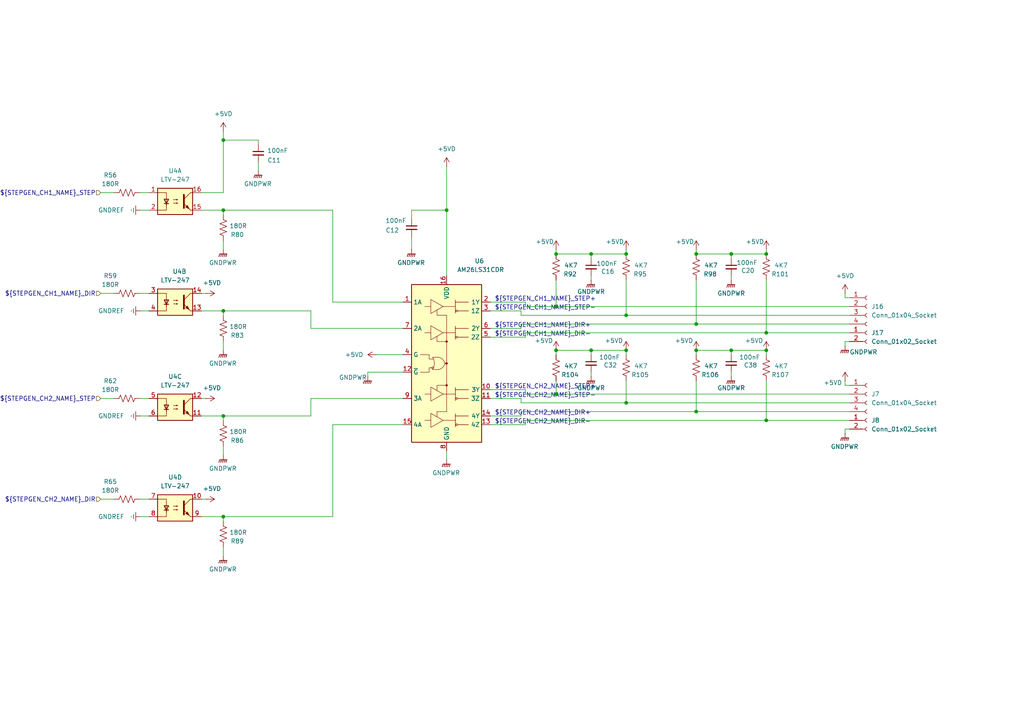
<source format=kicad_sch>
(kicad_sch (version 20250114) (generator "eeschema") (generator_version "9.0")
  (paper "A4")
  (lib_symbols
    (symbol "Connector:Conn_01x02_Socket" (pin_names (offset 1.016) (hide yes))
      (property "Reference" "J" (at 0 2.54 0))
      (property "Value" "Conn_01x02_Socket" (at 0 -5.08 0))
      (symbol "Conn_01x02_Socket_1_1"
        (pin passive line (at -5.08 0 0) (length 3.81) (name "Pin_1") (number "1"))
        (pin passive line (at -5.08 -2.54 0) (length 3.81) (name "Pin_2") (number "2"))
      )
    )
    (symbol "Connector:Conn_01x04_Socket" (pin_names (offset 1.016) (hide yes))
      (property "Reference" "J" (at 0 5.08 0))
      (property "Value" "Conn_01x04_Socket" (at 0 -7.62 0))
      (symbol "Conn_01x04_Socket_1_1"
        (pin passive line (at -5.08 2.54 0) (length 3.81) (name "Pin_1") (number "1"))
        (pin passive line (at -5.08 0 0) (length 3.81) (name "Pin_2") (number "2"))
        (pin passive line (at -5.08 -2.54 0) (length 3.81) (name "Pin_3") (number "3"))
        (pin passive line (at -5.08 -5.08 0) (length 3.81) (name "Pin_4") (number "4"))
      )
    )
    (symbol "Device:C_Small" (pin_numbers (hide yes)) (pin_names (offset 0.254) (hide yes))
      (property "Reference" "C" (at 0.254 1.778 0))
      (property "Value" "C_Small" (at 0.254 -2.032 0))
      (symbol "C_Small_1_1"
        (pin passive line (at 0 2.54 270) (length 2.032) (name "~") (number "1"))
        (pin passive line (at 0 -2.54 90) (length 2.032) (name "~") (number "2"))
      )
    )
    (symbol "Device:R_US" (pin_numbers (hide yes)) (pin_names (offset 0))
      (property "Reference" "R" (at 2.54 0 90))
      (property "Value" "R_US" (at -2.54 0 90))
      (symbol "R_US_1_1"
        (pin passive line (at 0 3.81 270) (length 1.27) (name "~") (number "1"))
        (pin passive line (at 0 -3.81 90) (length 1.27) (name "~") (number "2"))
      )
    )
    (symbol "Interface:AM26LS31CD"
      (property "Reference" "U" (at -8.89 24.13 0))
      (property "Value" "AM26LS31CD" (at 10.16 24.13 0))
      (symbol "AM26LS31CD_1_1"
        (pin input line (at -12.7 17.78 0) (length 2.54) (name "1A") (number "1"))
        (pin input line (at -12.7 10.16 0) (length 2.54) (name "2A") (number "7"))
        (pin input line (at -12.7 2.54 0) (length 2.54) (name "G") (number "4"))
        (pin input line (at -12.7 -2.54 0) (length 2.54) (name "~{G}") (number "12"))
        (pin input line (at -12.7 -10.16 0) (length 2.54) (name "3A") (number "9"))
        (pin input line (at -12.7 -17.78 0) (length 2.54) (name "4A") (number "15"))
        (pin power_in line (at 0 25.4 270) (length 2.54) (name "VDD") (number "16"))
        (pin power_in line (at 0 -25.4 90) (length 2.54) (name "GND") (number "8"))
        (pin tri_state line (at 12.7 17.78 180) (length 2.54) (name "1Y") (number "2"))
        (pin tri_state line (at 12.7 15.24 180) (length 2.54) (name "1Z") (number "3"))
        (pin tri_state line (at 12.7 10.16 180) (length 2.54) (name "2Y") (number "6"))
        (pin tri_state line (at 12.7 7.62 180) (length 2.54) (name "2Z") (number "5"))
        (pin tri_state line (at 12.7 -7.62 180) (length 2.54) (name "3Y") (number "10"))
        (pin tri_state line (at 12.7 -10.16 180) (length 2.54) (name "3Z") (number "11"))
        (pin tri_state line (at 12.7 -15.24 180) (length 2.54) (name "4Y") (number "14"))
        (pin tri_state line (at 12.7 -17.78 180) (length 2.54) (name "4Z") (number "13"))
      )
    )
    (symbol "Isolator:LTV-247"
      (property "Reference" "U" (at -5.08 5.08 0))
      (property "Value" "LTV-247" (at 0 5.08 0))
      (symbol "LTV-247_1_1"
        (pin passive line (at -7.62 2.54 0) (length 2.54) (name "~") (number "1"))
        (pin passive line (at -7.62 -2.54 0) (length 2.54) (name "~") (number "2"))
        (pin passive line (at 7.62 2.54 180) (length 2.54) (name "~") (number "16"))
        (pin passive line (at 7.62 -2.54 180) (length 2.54) (name "~") (number "15"))
      )
      (symbol "LTV-247_2_1"
        (pin passive line (at -7.62 2.54 0) (length 2.54) (name "~") (number "3"))
        (pin passive line (at -7.62 -2.54 0) (length 2.54) (name "~") (number "4"))
        (pin passive line (at 7.62 2.54 180) (length 2.54) (name "~") (number "14"))
        (pin passive line (at 7.62 -2.54 180) (length 2.54) (name "~") (number "13"))
      )
      (symbol "LTV-247_3_1"
        (pin passive line (at -7.62 2.54 0) (length 2.54) (name "~") (number "5"))
        (pin passive line (at -7.62 -2.54 0) (length 2.54) (name "~") (number "6"))
        (pin passive line (at 7.62 2.54 180) (length 2.54) (name "~") (number "12"))
        (pin passive line (at 7.62 -2.54 180) (length 2.54) (name "~") (number "11"))
      )
      (symbol "LTV-247_4_1"
        (pin passive line (at -7.62 2.54 0) (length 2.54) (name "~") (number "7"))
        (pin passive line (at -7.62 -2.54 0) (length 2.54) (name "~") (number "8"))
        (pin passive line (at 7.62 2.54 180) (length 2.54) (name "~") (number "10"))
        (pin passive line (at 7.62 -2.54 180) (length 2.54) (name "~") (number "9"))
      )
    )
    (symbol "power:+5VD" (power) (pin_numbers (hide yes)) (pin_names (offset 0) (hide yes))
      (property "Value" "+5VD" (at 0 3.556 0))
      (symbol "+5VD_1_1"
        (pin power_in line (at 0 0 90) (length 0) (name "~") (number "1"))
      )
    )
    (symbol "power:GNDPWR" (power) (pin_numbers (hide yes)) (pin_names (offset 0) (hide yes))
      (property "Value" "GNDPWR" (at 0 -3.302 0))
      (symbol "GNDPWR_1_1"
        (pin power_in line (at 0 0 270) (length 0) (name "~") (number "1"))
      )
    )
    (symbol "power:GNDREF" (power) (pin_numbers (hide yes)) (pin_names (offset 0) (hide yes))
      (property "Value" "GNDREF" (at 0 -3.81 0))
      (symbol "GNDREF_1_1"
        (pin power_in line (at 0 0 270) (length 0) (name "~") (number "1"))
      )
    )
  )
  (junction (at 222.25 101.6))
  (junction (at 201.93 119.38))
  (junction (at 161.29 101.6))
  (junction (at 171.45 101.6))
  (junction (at 181.61 73.66))
  (junction (at 201.93 101.6))
  (junction (at 64.77 60.96))
  (junction (at 212.09 73.66))
  (junction (at 161.29 114.3))
  (junction (at 64.77 90.17))
  (junction (at 222.25 96.52))
  (junction (at 181.61 116.84))
  (junction (at 64.77 40.64))
  (junction (at 161.29 88.9))
  (junction (at 222.25 73.66))
  (junction (at 201.93 93.98))
  (junction (at 181.61 101.6))
  (junction (at 129.54 60.96))
  (junction (at 161.29 73.66))
  (junction (at 64.77 149.86))
  (junction (at 171.45 73.66))
  (junction (at 201.93 73.66))
  (junction (at 212.09 101.6))
  (junction (at 64.77 120.65))
  (junction (at 222.25 121.92))
  (junction (at 181.61 91.44))
  (wire (pts (xy 64.77 38.1) (xy 64.77 40.64)))
  (wire (pts (xy 142.24 113.03) (xy 152.4 113.03)))
  (wire (pts (xy 96.52 60.96) (xy 96.52 87.63)))
  (wire (pts (xy 152.4 114.3) (xy 161.29 114.3)))
  (wire (pts (xy 201.93 101.6) (xy 201.93 102.87)))
  (wire (pts (xy 64.77 129.54) (xy 64.77 132.08)))
  (wire (pts (xy 64.77 120.65) (xy 90.17 120.65)))
  (wire (pts (xy 64.77 149.86) (xy 96.52 149.86)))
  (wire (pts (xy 201.93 93.98) (xy 246.38 93.98)))
  (wire (pts (xy 90.17 95.25) (xy 116.84 95.25)))
  (wire (pts (xy 29.21 55.88) (xy 33.02 55.88)))
  (wire (pts (xy 64.77 90.17) (xy 90.17 90.17)))
  (wire (pts (xy 119.38 68.58) (xy 119.38 72.39)))
  (wire (pts (xy 212.09 101.6) (xy 212.09 102.87)))
  (wire (pts (xy 58.42 85.09) (xy 59.69 85.09)))
  (wire (pts (xy 40.64 115.57) (xy 43.18 115.57)))
  (wire (pts (xy 212.09 80.01) (xy 212.09 81.28)))
  (wire (pts (xy 245.11 86.36) (xy 246.38 86.36)))
  (wire (pts (xy 119.38 60.96) (xy 129.54 60.96)))
  (wire (pts (xy 40.64 60.96) (xy 43.18 60.96)))
  (wire (pts (xy 109.22 102.87) (xy 116.84 102.87)))
  (wire (pts (xy 58.42 90.17) (xy 64.77 90.17)))
  (wire (pts (xy 181.61 101.6) (xy 181.61 102.87)))
  (wire (pts (xy 29.21 144.78) (xy 33.02 144.78)))
  (wire (pts (xy 58.42 144.78) (xy 59.69 144.78)))
  (wire (pts (xy 212.09 107.95) (xy 212.09 109.22)))
  (wire (pts (xy 64.77 90.17) (xy 64.77 91.44)))
  (wire (pts (xy 119.38 60.96) (xy 119.38 63.5)))
  (wire (pts (xy 58.42 60.96) (xy 64.77 60.96)))
  (wire (pts (xy 245.11 110.49) (xy 245.11 111.76)))
  (wire (pts (xy 40.64 90.17) (xy 43.18 90.17)))
  (wire (pts (xy 58.42 149.86) (xy 64.77 149.86)))
  (wire (pts (xy 40.64 149.86) (xy 43.18 149.86)))
  (wire (pts (xy 142.24 95.25) (xy 151.13 95.25)))
  (wire (pts (xy 245.11 99.06) (xy 246.38 99.06)))
  (wire (pts (xy 245.11 124.46) (xy 246.38 124.46)))
  (wire (pts (xy 96.52 123.19) (xy 116.84 123.19)))
  (wire (pts (xy 106.68 107.95) (xy 106.68 109.22)))
  (wire (pts (xy 222.25 121.92) (xy 246.38 121.92)))
  (wire (pts (xy 90.17 115.57) (xy 90.17 120.65)))
  (wire (pts (xy 64.77 69.85) (xy 64.77 72.39)))
  (wire (pts (xy 151.13 119.38) (xy 151.13 120.65)))
  (wire (pts (xy 181.61 110.49) (xy 181.61 116.84)))
  (wire (pts (xy 201.93 119.38) (xy 246.38 119.38)))
  (wire (pts (xy 181.61 116.84) (xy 246.38 116.84)))
  (wire (pts (xy 142.24 120.65) (xy 151.13 120.65)))
  (wire (pts (xy 152.4 96.52) (xy 152.4 97.79)))
  (wire (pts (xy 142.24 87.63) (xy 152.4 87.63)))
  (wire (pts (xy 222.25 72.39) (xy 222.25 73.66)))
  (wire (pts (xy 40.64 120.65) (xy 43.18 120.65)))
  (wire (pts (xy 212.09 73.66) (xy 222.25 73.66)))
  (wire (pts (xy 40.64 144.78) (xy 43.18 144.78)))
  (wire (pts (xy 90.17 115.57) (xy 116.84 115.57)))
  (wire (pts (xy 161.29 101.6) (xy 171.45 101.6)))
  (wire (pts (xy 74.93 46.99) (xy 74.93 49.53)))
  (wire (pts (xy 151.13 91.44) (xy 181.61 91.44)))
  (wire (pts (xy 161.29 72.39) (xy 161.29 73.66)))
  (wire (pts (xy 212.09 101.6) (xy 222.25 101.6)))
  (wire (pts (xy 64.77 40.64) (xy 64.77 55.88)))
  (wire (pts (xy 142.24 115.57) (xy 151.13 115.57)))
  (wire (pts (xy 222.25 101.6) (xy 222.25 102.87)))
  (wire (pts (xy 152.4 88.9) (xy 161.29 88.9)))
  (wire (pts (xy 58.42 120.65) (xy 64.77 120.65)))
  (wire (pts (xy 129.54 48.26) (xy 129.54 60.96)))
  (wire (pts (xy 40.64 85.09) (xy 43.18 85.09)))
  (wire (pts (xy 142.24 123.19) (xy 152.4 123.19)))
  (wire (pts (xy 201.93 81.28) (xy 201.93 93.98)))
  (wire (pts (xy 152.4 121.92) (xy 152.4 123.19)))
  (wire (pts (xy 64.77 60.96) (xy 64.77 62.23)))
  (wire (pts (xy 181.61 91.44) (xy 246.38 91.44)))
  (wire (pts (xy 152.4 96.52) (xy 222.25 96.52)))
  (wire (pts (xy 58.42 115.57) (xy 59.69 115.57)))
  (wire (pts (xy 64.77 99.06) (xy 64.77 101.6)))
  (wire (pts (xy 40.64 55.88) (xy 43.18 55.88)))
  (wire (pts (xy 171.45 73.66) (xy 181.61 73.66)))
  (wire (pts (xy 161.29 101.6) (xy 161.29 102.87)))
  (wire (pts (xy 74.93 40.64) (xy 74.93 41.91)))
  (wire (pts (xy 151.13 91.44) (xy 151.13 90.17)))
  (wire (pts (xy 64.77 158.75) (xy 64.77 161.29)))
  (wire (pts (xy 129.54 60.96) (xy 129.54 80.01)))
  (wire (pts (xy 106.68 107.95) (xy 116.84 107.95)))
  (wire (pts (xy 201.93 110.49) (xy 201.93 119.38)))
  (wire (pts (xy 201.93 72.39) (xy 201.93 73.66)))
  (wire (pts (xy 151.13 116.84) (xy 151.13 115.57)))
  (wire (pts (xy 161.29 114.3) (xy 246.38 114.3)))
  (wire (pts (xy 90.17 90.17) (xy 90.17 95.25)))
  (wire (pts (xy 171.45 73.66) (xy 171.45 74.93)))
  (wire (pts (xy 151.13 119.38) (xy 201.93 119.38)))
  (wire (pts (xy 64.77 149.86) (xy 64.77 151.13)))
  (wire (pts (xy 151.13 93.98) (xy 151.13 95.25)))
  (wire (pts (xy 64.77 120.65) (xy 64.77 121.92)))
  (wire (pts (xy 161.29 88.9) (xy 246.38 88.9)))
  (wire (pts (xy 245.11 111.76) (xy 246.38 111.76)))
  (wire (pts (xy 171.45 101.6) (xy 181.61 101.6)))
  (wire (pts (xy 129.54 130.81) (xy 129.54 133.35)))
  (wire (pts (xy 201.93 73.66) (xy 212.09 73.66)))
  (wire (pts (xy 222.25 110.49) (xy 222.25 121.92)))
  (wire (pts (xy 29.21 85.09) (xy 33.02 85.09)))
  (wire (pts (xy 29.21 115.57) (xy 33.02 115.57)))
  (wire (pts (xy 245.11 85.09) (xy 245.11 86.36)))
  (wire (pts (xy 171.45 80.01) (xy 171.45 81.28)))
  (wire (pts (xy 171.45 107.95) (xy 171.45 109.22)))
  (wire (pts (xy 152.4 121.92) (xy 222.25 121.92)))
  (wire (pts (xy 96.52 87.63) (xy 116.84 87.63)))
  (wire (pts (xy 161.29 110.49) (xy 161.29 114.3)))
  (wire (pts (xy 222.25 81.28) (xy 222.25 96.52)))
  (wire (pts (xy 64.77 40.64) (xy 74.93 40.64)))
  (wire (pts (xy 181.61 81.28) (xy 181.61 91.44)))
  (wire (pts (xy 96.52 123.19) (xy 96.52 149.86)))
  (wire (pts (xy 161.29 81.28) (xy 161.29 88.9)))
  (wire (pts (xy 142.24 97.79) (xy 152.4 97.79)))
  (wire (pts (xy 151.13 93.98) (xy 201.93 93.98)))
  (wire (pts (xy 58.42 55.88) (xy 64.77 55.88)))
  (wire (pts (xy 201.93 101.6) (xy 212.09 101.6)))
  (wire (pts (xy 171.45 101.6) (xy 171.45 102.87)))
  (wire (pts (xy 212.09 73.66) (xy 212.09 74.93)))
  (wire (pts (xy 142.24 90.17) (xy 151.13 90.17)))
  (wire (pts (xy 64.77 60.96) (xy 96.52 60.96)))
  (wire (pts (xy 222.25 96.52) (xy 246.38 96.52)))
  (wire (pts (xy 152.4 88.9) (xy 152.4 87.63)))
  (wire (pts (xy 181.61 72.39) (xy 181.61 73.66)))
  (wire (pts (xy 161.29 73.66) (xy 171.45 73.66)))
  (wire (pts (xy 152.4 114.3) (xy 152.4 113.03)))
  (wire (pts (xy 151.13 116.84) (xy 181.61 116.84)))
  (wire (pts (xy 245.11 99.06) (xy 245.11 100.33)))
  (wire (pts (xy 245.11 124.46) (xy 245.11 125.73)))
  (label "${STEPGEN_CH1_NAME}_STEP+" (at 143.51 87.63 0))
  (label "${STEPGEN_CH2_NAME}_STEP-" (at 143.51 115.57 0))
  (label "${STEPGEN_CH2_NAME}_DIR-" (at 143.51 123.19 0))
  (label "${STEPGEN_CH1_NAME}_DIR+" (at 143.51 95.25 0))
  (label "${STEPGEN_CH2_NAME}_DIR+" (at 143.51 120.65 0))
  (label "${STEPGEN_CH1_NAME}_DIR-" (at 143.51 97.79 0))
  (label "${STEPGEN_CH1_NAME}_STEP-" (at 143.51 90.17 0))
  (label "${STEPGEN_CH2_NAME}_STEP+" (at 143.51 113.03 0))
  (hierarchical_label "${STEPGEN_CH1_NAME}_DIR" (shape input) (at 29.21 85.09 180))
  (hierarchical_label "${STEPGEN_CH2_NAME}_DIR" (shape input) (at 29.21 144.78 180))
  (hierarchical_label "${STEPGEN_CH2_NAME}_STEP" (shape input) (at 29.21 115.57 180))
  (hierarchical_label "${STEPGEN_CH1_NAME}_STEP" (shape input) (at 29.21 55.88 180))
  (symbol (lib_id "Device:R_US") (at 201.93 77.47 180) (unit 1)
    (property "Reference" "R98" (at 205.994 79.502 0))
    (property "Value" "4K7" (at 206.248 76.962 0))
    (property "Footprint" "Resistor_SMD:R_1206_3216Metric_Pad1.30x1.75mm_HandSolder" (effects (hide yes)))
    (property "Description" "Resistor, US symbol" (effects (hide yes)))
    (property "Digikey Part Number" "311-4.70KFRCT-ND " (effects (hide yes)))
    (property "Digikey URL" "https://www.digikey.com.au/en/products/detail/yageo/RC1206FR-074K7L/728887 " (effects (hide yes)))
    (instances (project "Remora Nucleo F446ZE Hat" (path "" (reference "R98") (unit 1)) (path "" (reference "R100") (unit 1)) (path "" (reference "R99") (unit 1))))
  )
  (symbol (lib_id "power:GNDREF") (at 40.64 90.17 270) (unit 1) (on_board no)
    (property "Reference" "#PWR062" (effects (hide yes)))
    (property "Value" "GNDREF" (at 32.258 90.17 90))
    (property "Description" "Power symbol creates a global label with name \"GNDREF\" , reference supply ground" (effects (hide yes)))
    (instances (project "Remora Nucleo F446ZE Hat" (path "" (reference "#PWR062") (unit 1)) (path "" (reference "#PWR064") (unit 1)) (path "" (reference "#PWR063") (unit 1))))
  )
  (symbol (lib_id "power:GNDREF") (at 40.64 149.86 270) (unit 1) (on_board no)
    (property "Reference" "#PWR0106" (effects (hide yes)))
    (property "Value" "GNDREF" (at 32.258 149.86 90))
    (property "Description" "Power symbol creates a global label with name \"GNDREF\" , reference supply ground" (effects (hide yes)))
    (instances (project "Remora Nucleo F446ZE Hat" (path "" (reference "#PWR0106") (unit 1)) (path "" (reference "#PWR0108") (unit 1)) (path "" (reference "#PWR0107") (unit 1))))
  )
  (symbol (lib_id "power:+5VD") (at 129.54 48.26 0) (unit 1) (on_board no)
    (property "Reference" "#PWR071" (effects (hide yes)))
    (property "Value" "+5VD" (at 129.54 43.18 0))
    (property "Description" "Power symbol creates a global label with name \"+5VD\"" (effects (hide yes)))
    (instances (project "" (path "" (reference "#PWR071") (unit 1)) (path "" (reference "#PWR0115") (unit 1)) (path "" (reference "#PWR095") (unit 1))))
  )
  (symbol (lib_id "Device:R_US") (at 36.83 55.88 90) (unit 1)
    (property "Reference" "R56" (at 32.004 50.8 90))
    (property "Value" "180R" (at 32.004 53.34 90))
    (property "Footprint" "Resistor_SMD:R_1206_3216Metric_Pad1.30x1.75mm_HandSolder" (effects (hide yes)))
    (property "Description" "Resistor, US symbol" (effects (hide yes)))
    (property "Digikey Part Number" "311-180FRCT-ND" (effects (hide yes)))
    (property "Digikey URL" "https://www.digikey.com.au/en/products/detail/yageo/RC1206FR-07180RL/728597" (effects (hide yes)))
    (instances (project "Remora Nucleo F446ZE Hat" (path "" (reference "R56") (unit 1)) (path "" (reference "R58") (unit 1)) (path "" (reference "R57") (unit 1))))
  )
  (symbol (lib_id "Device:R_US") (at 161.29 77.47 180) (unit 1)
    (property "Reference" "R92" (at 165.354 79.502 0))
    (property "Value" "4K7" (at 165.608 76.962 0))
    (property "Footprint" "Resistor_SMD:R_1206_3216Metric_Pad1.30x1.75mm_HandSolder" (effects (hide yes)))
    (property "Description" "Resistor, US symbol" (effects (hide yes)))
    (property "Digikey Part Number" "311-4.70KFRCT-ND " (effects (hide yes)))
    (property "Digikey URL" "https://www.digikey.com.au/en/products/detail/yageo/RC1206FR-074K7L/728887 " (effects (hide yes)))
    (instances (project "Remora Nucleo F446ZE Hat" (path "" (reference "R92") (unit 1)) (path "" (reference "R94") (unit 1)) (path "" (reference "R93") (unit 1))))
  )
  (symbol (lib_id "Isolator:LTV-247") (at 50.8 87.63 0) (unit 2)
    (property "Reference" "U4" (at 52.07 78.74 0))
    (property "Value" "LTV-247" (at 50.8 81.28 0))
    (property "Footprint" "Package_SO:SOP-16_4.4x10.4mm_P1.27mm" (effects (hide yes)))
    (property "Datasheet" "http://optoelectronics.liteon.com/upload/download/DS70-2009-0014/LTV-2X7%20sereis%20Mar17.PDF" (effects (hide yes)))
    (property "Description" "DC Quad Optocoupler, Vce 80V, CTR 100-600%, SOP-16" (effects (hide yes)))
    (property "Digikey Part Number" "160-2255-1-ND" (effects (hide yes)))
    (property "Digikey URL" "https://www.digikey.com.au/en/products/detail/lite-on-inc/ltv-247/4307982" (effects (hide yes)))
    (instances (project "" (path "" (reference "U4") (unit 2)) (path "" (reference "U9") (unit 2)) (path "" (reference "U5") (unit 2))))
  )
  (symbol (lib_id "power:GNDPWR") (at 74.93 49.53 0) (unit 1) (on_board no)
    (property "Reference" "#PWR066" (effects (hide yes)))
    (property "Value" "GNDPWR" (at 74.803 53.34 0))
    (property "Description" "Power symbol creates a global label with name \"GNDPWR\" , global ground" (effects (hide yes)))
    (instances (project "Remora Nucleo F446ZE Hat" (path "" (reference "#PWR066") (unit 1)) (path "" (reference "#PWR0110") (unit 1)) (path "" (reference "#PWR090") (unit 1))))
  )
  (symbol (lib_id "power:+5VD") (at 64.77 38.1 0) (unit 1) (on_board no)
    (property "Reference" "#PWR0180" (effects (hide yes)))
    (property "Value" "+5VD" (at 64.77 33.02 0))
    (property "Description" "Power symbol creates a global label with name \"+5VD\"" (effects (hide yes)))
    (instances (project "Remora Nucleo F446ZE Hat" (path "" (reference "#PWR0180") (unit 1)) (path "" (reference "#PWR0182") (unit 1)) (path "" (reference "#PWR0181") (unit 1))))
  )
  (symbol (lib_id "Device:R_US") (at 222.25 77.47 180) (unit 1)
    (property "Reference" "R101" (at 226.314 79.502 0))
    (property "Value" "4K7" (at 226.568 76.962 0))
    (property "Footprint" "Resistor_SMD:R_1206_3216Metric_Pad1.30x1.75mm_HandSolder" (effects (hide yes)))
    (property "Description" "Resistor, US symbol" (effects (hide yes)))
    (property "Digikey Part Number" "311-4.70KFRCT-ND " (effects (hide yes)))
    (property "Digikey URL" "https://www.digikey.com.au/en/products/detail/yageo/RC1206FR-074K7L/728887 " (effects (hide yes)))
    (instances (project "Remora Nucleo F446ZE Hat" (path "" (reference "R101") (unit 1)) (path "" (reference "R103") (unit 1)) (path "" (reference "R102") (unit 1))))
  )
  (symbol (lib_id "Device:R_US") (at 36.83 85.09 90) (unit 1)
    (property "Reference" "R59" (at 32.004 80.01 90))
    (property "Value" "180R" (at 32.004 82.55 90))
    (property "Footprint" "Resistor_SMD:R_1206_3216Metric_Pad1.30x1.75mm_HandSolder" (effects (hide yes)))
    (property "Description" "Resistor, US symbol" (effects (hide yes)))
    (property "Digikey Part Number" "311-180FRCT-ND" (effects (hide yes)))
    (property "Digikey URL" "https://www.digikey.com.au/en/products/detail/yageo/RC1206FR-07180RL/728597" (effects (hide yes)))
    (instances (project "Remora Nucleo F446ZE Hat" (path "" (reference "R59") (unit 1)) (path "" (reference "R61") (unit 1)) (path "" (reference "R60") (unit 1))))
  )
  (symbol (lib_id "Connector:Conn_01x02_Socket") (at 251.46 96.52 0) (unit 1)
    (property "Reference" "J17" (at 252.73 96.5199 0) (effects (justify left)))
    (property "Value" "Conn_01x02_Socket" (at 252.73 99.0599 0) (effects (justify left)))
    (property "Footprint" "Amphenol QT:QT02ADP83V0000G" (effects (hide yes)))
    (property "Description" "Generic connector, single row, 01x02, script generated" (effects (hide yes)))
    (property "Digikey Part Number" "1818-QT04ADP83V0000G-ND" (effects (hide yes)))
    (property "Digikey URL" "https://www.digikey.com.au/en/products/detail/amphenol-anytek/QT04ADP83V0000G/25618782" (effects (hide yes)))
    (instances (project "" (path "" (reference "J17") (unit 1)) (path "" (reference "J29") (unit 1)) (path "" (reference "J27") (unit 1))))
  )
  (symbol (lib_id "power:GNDREF") (at 40.64 60.96 270) (unit 1) (on_board no)
    (property "Reference" "#PWR061" (effects (hide yes)))
    (property "Value" "GNDREF" (at 32.258 60.96 90))
    (property "Description" "Power symbol creates a global label with name \"GNDREF\" , reference supply ground" (effects (hide yes)))
    (instances (project "Remora Nucleo F446ZE Hat" (path "" (reference "#PWR061") (unit 1)) (path "" (reference "#PWR0105") (unit 1)) (path "" (reference "#PWR085") (unit 1))))
  )
  (symbol (lib_id "power:+5VD") (at 161.29 101.6 0) (unit 1) (on_board no)
    (property "Reference" "#PWR0195" (effects (hide yes)))
    (property "Value" "+5VD" (at 157.734 98.806 0))
    (property "Description" "Power symbol creates a global label with name \"+5VD\"" (effects (hide yes)))
    (instances (project "Remora Nucleo F446ZE Hat" (path "" (reference "#PWR0195") (unit 1)) (path "" (reference "#PWR0203") (unit 1)) (path "" (reference "#PWR0199") (unit 1))))
  )
  (symbol (lib_id "power:+5VD") (at 245.11 110.49 0) (unit 1)
    (property "Reference" "#PWR075" (effects (hide yes)))
    (property "Value" "+5VD" (at 241.554 110.998 0))
    (property "Description" "Power symbol creates a global label with name \"+5VD\"" (effects (hide yes)))
    (instances (project "" (path "" (reference "#PWR075") (unit 1)) (path "" (reference "#PWR0119") (unit 1)) (path "" (reference "#PWR099") (unit 1))))
  )
  (symbol (lib_id "Device:C_Small") (at 74.93 44.45 0) (unit 1)
    (property "Reference" "C11" (at 79.502 46.482 0))
    (property "Value" "100nF" (at 80.518 43.688 0))
    (property "Footprint" "Capacitor_SMD:C_1206_3216Metric_Pad1.33x1.80mm_HandSolder" (effects (hide yes)))
    (property "Description" "Unpolarized capacitor, small symbol" (effects (hide yes)))
    (property "Digikey Part Number" "399-C1206C104K5RACTUCT-ND " (effects (hide yes)))
    (property "Digikey URL" "https://www.digikey.com.au/en/products/detail/kemet/C1206C104K5RACTU/411248 " (effects (hide yes)))
    (instances (project "Remora Nucleo F446ZE Hat" (path "" (reference "C11") (unit 1)) (path "" (reference "C19") (unit 1)) (path "" (reference "C15") (unit 1))))
  )
  (symbol (lib_id "power:+5VD") (at 222.25 101.6 0) (unit 1) (on_board no)
    (property "Reference" "#PWR0198" (effects (hide yes)))
    (property "Value" "+5VD" (at 218.694 98.806 0))
    (property "Description" "Power symbol creates a global label with name \"+5VD\"" (effects (hide yes)))
    (instances (project "Remora Nucleo F446ZE Hat" (path "" (reference "#PWR0198") (unit 1)) (path "" (reference "#PWR0206") (unit 1)) (path "" (reference "#PWR0202") (unit 1))))
  )
  (symbol (lib_id "Device:C_Small") (at 119.38 66.04 0) (unit 1)
    (property "Reference" "C12" (at 113.792 66.802 0))
    (property "Value" "100nF" (at 114.808 64.008 0))
    (property "Footprint" "Capacitor_SMD:C_1206_3216Metric_Pad1.33x1.80mm_HandSolder" (effects (hide yes)))
    (property "Description" "Unpolarized capacitor, small symbol" (effects (hide yes)))
    (property "Digikey Part Number" "399-C1206C104K5RACTUCT-ND " (effects (hide yes)))
    (property "Digikey URL" "https://www.digikey.com.au/en/products/detail/kemet/C1206C104K5RACTU/411248 " (effects (hide yes)))
    (instances (project "Remora Nucleo F446ZE Hat" (path "" (reference "C12") (unit 1)) (path "" (reference "C14") (unit 1)) (path "" (reference "C13") (unit 1))))
  )
  (symbol (lib_id "Device:R_US") (at 64.77 95.25 180) (unit 1)
    (property "Reference" "R83" (at 68.834 97.282 0))
    (property "Value" "180R" (at 69.088 94.742 0))
    (property "Footprint" "Resistor_SMD:R_1206_3216Metric_Pad1.30x1.75mm_HandSolder" (effects (hide yes)))
    (property "Description" "Resistor, US symbol" (effects (hide yes)))
    (property "Digikey Part Number" "311-180FRCT-ND" (effects (hide yes)))
    (property "Digikey URL" "https://www.digikey.com.au/en/products/detail/yageo/RC1206FR-07180RL/728597" (effects (hide yes)))
    (instances (project "Remora Nucleo F446ZE Hat" (path "" (reference "R83") (unit 1)) (path "" (reference "R85") (unit 1)) (path "" (reference "R84") (unit 1))))
  )
  (symbol (lib_id "Device:C_Small") (at 171.45 77.47 0) (unit 1)
    (property "Reference" "C16" (at 176.276 78.74 0))
    (property "Value" "100nF" (at 176.022 76.454 0))
    (property "Footprint" "Capacitor_SMD:C_1206_3216Metric_Pad1.33x1.80mm_HandSolder" (effects (hide yes)))
    (property "Description" "Unpolarized capacitor, small symbol" (effects (hide yes)))
    (property "Digikey Part Number" "399-C1206C104K5RACTUCT-ND " (effects (hide yes)))
    (property "Digikey URL" "https://www.digikey.com.au/en/products/detail/kemet/C1206C104K5RACTU/411248 " (effects (hide yes)))
    (instances (project "Remora Nucleo F446ZE Hat" (path "" (reference "C16") (unit 1)) (path "" (reference "C18") (unit 1)) (path "" (reference "C17") (unit 1))))
  )
  (symbol (lib_id "power:GNDPWR") (at 106.68 109.22 0) (unit 1) (on_board no)
    (property "Reference" "#PWR070" (effects (hide yes)))
    (property "Value" "GNDPWR" (at 102.362 109.474 0))
    (property "Description" "Power symbol creates a global label with name \"GNDPWR\" , global ground" (effects (hide yes)))
    (instances (project "Remora Nucleo F446ZE Hat" (path "" (reference "#PWR070") (unit 1)) (path "" (reference "#PWR0114") (unit 1)) (path "" (reference "#PWR094") (unit 1))))
  )
  (symbol (lib_id "Device:R_US") (at 64.77 154.94 180) (unit 1)
    (property "Reference" "R89" (at 68.834 156.972 0))
    (property "Value" "180R" (at 69.088 154.432 0))
    (property "Footprint" "Resistor_SMD:R_1206_3216Metric_Pad1.30x1.75mm_HandSolder" (effects (hide yes)))
    (property "Description" "Resistor, US symbol" (effects (hide yes)))
    (property "Digikey Part Number" "311-180FRCT-ND" (effects (hide yes)))
    (property "Digikey URL" "https://www.digikey.com.au/en/products/detail/yageo/RC1206FR-07180RL/728597" (effects (hide yes)))
    (instances (project "Remora Nucleo F446ZE Hat" (path "" (reference "R89") (unit 1)) (path "" (reference "R91") (unit 1)) (path "" (reference "R90") (unit 1))))
  )
  (symbol (lib_id "Device:C_Small") (at 212.09 77.47 0) (unit 1)
    (property "Reference" "C20" (at 216.916 78.486 0))
    (property "Value" "100nF" (at 216.662 76.2 0))
    (property "Footprint" "Capacitor_SMD:C_1206_3216Metric_Pad1.33x1.80mm_HandSolder" (effects (hide yes)))
    (property "Description" "Unpolarized capacitor, small symbol" (effects (hide yes)))
    (property "Digikey Part Number" "399-C1206C104K5RACTUCT-ND " (effects (hide yes)))
    (property "Digikey URL" "https://www.digikey.com.au/en/products/detail/kemet/C1206C104K5RACTU/411248 " (effects (hide yes)))
    (instances (project "Remora Nucleo F446ZE Hat" (path "" (reference "C20") (unit 1)) (path "" (reference "C25") (unit 1)) (path "" (reference "C24") (unit 1))))
  )
  (symbol (lib_id "power:GNDPWR") (at 171.45 109.22 0) (unit 1) (on_board no)
    (property "Reference" "#PWR0219" (effects (hide yes)))
    (property "Value" "GNDPWR" (at 171.45 112.522 0))
    (property "Description" "Power symbol creates a global label with name \"GNDPWR\" , global ground" (effects (hide yes)))
    (instances (project "Remora Nucleo F446ZE Hat" (path "" (reference "#PWR0219") (unit 1)) (path "" (reference "#PWR0221") (unit 1)) (path "" (reference "#PWR0220") (unit 1))))
  )
  (symbol (lib_id "Device:C_Small") (at 171.45 105.41 0) (unit 1)
    (property "Reference" "C32" (at 177.038 105.918 0))
    (property "Value" "100nF" (at 176.784 103.632 0))
    (property "Footprint" "Capacitor_SMD:C_1206_3216Metric_Pad1.33x1.80mm_HandSolder" (effects (hide yes)))
    (property "Description" "Unpolarized capacitor, small symbol" (effects (hide yes)))
    (property "Digikey Part Number" "399-C1206C104K5RACTUCT-ND " (effects (hide yes)))
    (property "Digikey URL" "https://www.digikey.com.au/en/products/detail/kemet/C1206C104K5RACTU/411248 " (effects (hide yes)))
    (instances (project "Remora Nucleo F446ZE Hat" (path "" (reference "C32") (unit 1)) (path "" (reference "C34") (unit 1)) (path "" (reference "C33") (unit 1))))
  )
  (symbol (lib_id "power:+5VD") (at 201.93 101.6 0) (unit 1) (on_board no)
    (property "Reference" "#PWR0197" (effects (hide yes)))
    (property "Value" "+5VD" (at 198.374 98.806 0))
    (property "Description" "Power symbol creates a global label with name \"+5VD\"" (effects (hide yes)))
    (instances (project "Remora Nucleo F446ZE Hat" (path "" (reference "#PWR0197") (unit 1)) (path "" (reference "#PWR0205") (unit 1)) (path "" (reference "#PWR0201") (unit 1))))
  )
  (symbol (lib_id "Device:R_US") (at 64.77 66.04 180) (unit 1)
    (property "Reference" "R80" (at 68.834 68.072 0))
    (property "Value" "180R" (at 69.088 65.532 0))
    (property "Footprint" "Resistor_SMD:R_1206_3216Metric_Pad1.30x1.75mm_HandSolder" (effects (hide yes)))
    (property "Description" "Resistor, US symbol" (effects (hide yes)))
    (property "Digikey Part Number" "311-180FRCT-ND" (effects (hide yes)))
    (property "Digikey URL" "https://www.digikey.com.au/en/products/detail/yageo/RC1206FR-07180RL/728597" (effects (hide yes)))
    (instances (project "Remora Nucleo F446ZE Hat" (path "" (reference "R80") (unit 1)) (path "" (reference "R82") (unit 1)) (path "" (reference "R81") (unit 1))))
  )
  (symbol (lib_id "Isolator:LTV-247") (at 50.8 58.42 0) (unit 1)
    (property "Reference" "U4" (at 50.8 49.53 0))
    (property "Value" "LTV-247" (at 50.8 52.07 0))
    (property "Footprint" "Package_SO:SOP-16_4.4x10.4mm_P1.27mm" (effects (hide yes)))
    (property "Datasheet" "http://optoelectronics.liteon.com/upload/download/DS70-2009-0014/LTV-2X7%20sereis%20Mar17.PDF" (effects (hide yes)))
    (property "Description" "DC Quad Optocoupler, Vce 80V, CTR 100-600%, SOP-16" (effects (hide yes)))
    (property "Digikey Part Number" "160-2255-1-ND" (effects (hide yes)))
    (property "Digikey URL" "https://www.digikey.com.au/en/products/detail/lite-on-inc/ltv-247/4307982" (effects (hide yes)))
    (instances (project "" (path "" (reference "U4") (unit 1)) (path "" (reference "U9") (unit 1)) (path "" (reference "U5") (unit 1))))
  )
  (symbol (lib_id "power:+5VD") (at 59.69 144.78 270) (unit 1) (on_board no)
    (property "Reference" "#PWR091" (effects (hide yes)))
    (property "Value" "+5VD" (at 61.468 141.732 90))
    (property "Description" "Power symbol creates a global label with name \"+5VD\"" (effects (hide yes)))
    (instances (project "Remora Nucleo F446ZE Hat" (path "" (reference "#PWR091") (unit 1)) (path "" (reference "#PWR0101") (unit 1)) (path "" (reference "#PWR092") (unit 1))))
  )
  (symbol (lib_id "power:GNDREF") (at 40.64 120.65 270) (unit 1) (on_board no)
    (property "Reference" "#PWR0102" (effects (hide yes)))
    (property "Value" "GNDREF" (at 32.258 120.65 90))
    (property "Description" "Power symbol creates a global label with name \"GNDREF\" , reference supply ground" (effects (hide yes)))
    (instances (project "Remora Nucleo F446ZE Hat" (path "" (reference "#PWR0102") (unit 1)) (path "" (reference "#PWR0104") (unit 1)) (path "" (reference "#PWR0103") (unit 1))))
  )
  (symbol (lib_id "Interface:AM26LS31CD") (at 129.54 105.41 0) (unit 1)
    (property "Reference" "U6" (at 137.668 75.692 0) (effects (justify left)))
    (property "Value" "AM26LS31CDR" (at 132.588 78.232 0) (effects (justify left)))
    (property "Footprint" "Package_SO:SOIC-16_3.9x9.9mm_P1.27mm" (effects (hide yes)))
    (property "Datasheet" "https://www.ti.com/lit/ds/symlink/am26ls31.pdf" (effects (hide yes)))
    (property "Description" "32Mbps 3.3V RS485 Quad Line Drivers, SOIC-16" (effects (hide yes)))
    (property "JLCPCB Part #（optional）" "C3019542" (effects (hide yes)))
    (property "Digikey Part Number" "296-1010-1-ND" (effects (hide yes)))
    (property "Digikey URL" "https://www.digikey.com.au/en/products/detail/texas-instruments/AM26LS31CDR/276654" (effects (hide yes)))
    (instances (project "" (path "" (reference "U6") (unit 1)) (path "" (reference "U14") (unit 1)) (path "" (reference "U11") (unit 1))))
  )
  (symbol (lib_id "power:+5VD") (at 222.25 72.39 0) (unit 1) (on_board no)
    (property "Reference" "#PWR0192" (effects (hide yes)))
    (property "Value" "+5VD" (at 218.948 70.104 0))
    (property "Description" "Power symbol creates a global label with name \"+5VD\"" (effects (hide yes)))
    (instances (project "Remora Nucleo F446ZE Hat" (path "" (reference "#PWR0192") (unit 1)) (path "" (reference "#PWR0194") (unit 1)) (path "" (reference "#PWR0193") (unit 1))))
  )
  (symbol (lib_id "power:GNDPWR") (at 245.11 125.73 0) (unit 1) (on_board no)
    (property "Reference" "#PWR076" (effects (hide yes)))
    (property "Value" "GNDPWR" (at 244.983 129.54 0))
    (property "Description" "Power symbol creates a global label with name \"GNDPWR\" , global ground" (effects (hide yes)))
    (instances (project "Remora Nucleo F446ZE Hat" (path "" (reference "#PWR076") (unit 1)) (path "" (reference "#PWR0120") (unit 1)) (path "" (reference "#PWR0100") (unit 1))))
  )
  (symbol (lib_id "power:GNDPWR") (at 212.09 81.28 0) (unit 1) (on_board no)
    (property "Reference" "#PWR0210" (effects (hide yes)))
    (property "Value" "GNDPWR" (at 212.09 85.09 0))
    (property "Description" "Power symbol creates a global label with name \"GNDPWR\" , global ground" (effects (hide yes)))
    (instances (project "Remora Nucleo F446ZE Hat" (path "" (reference "#PWR0210") (unit 1)) (path "" (reference "#PWR0212") (unit 1)) (path "" (reference "#PWR0211") (unit 1))))
  )
  (symbol (lib_id "power:GNDPWR") (at 212.09 109.22 0) (unit 1) (on_board no)
    (property "Reference" "#PWR0225" (effects (hide yes)))
    (property "Value" "GNDPWR" (at 212.09 112.522 0))
    (property "Description" "Power symbol creates a global label with name \"GNDPWR\" , global ground" (effects (hide yes)))
    (instances (project "Remora Nucleo F446ZE Hat" (path "" (reference "#PWR0225") (unit 1)) (path "" (reference "#PWR0227") (unit 1)) (path "" (reference "#PWR0226") (unit 1))))
  )
  (symbol (lib_id "power:+5VD") (at 245.11 85.09 0) (unit 1)
    (property "Reference" "#PWR073" (effects (hide yes)))
    (property "Value" "+5VD" (at 245.11 80.01 0))
    (property "Description" "Power symbol creates a global label with name \"+5VD\"" (effects (hide yes)))
    (instances (project "" (path "" (reference "#PWR073") (unit 1)) (path "" (reference "#PWR0117") (unit 1)) (path "" (reference "#PWR097") (unit 1))))
  )
  (symbol (lib_id "power:+5VD") (at 59.69 85.09 270) (unit 1) (on_board no)
    (property "Reference" "#PWR067" (effects (hide yes)))
    (property "Value" "+5VD" (at 61.468 82.042 90))
    (property "Description" "Power symbol creates a global label with name \"+5VD\"" (effects (hide yes)))
    (instances (project "Remora Nucleo F446ZE Hat" (path "" (reference "#PWR067") (unit 1)) (path "" (reference "#PWR081") (unit 1)) (path "" (reference "#PWR068") (unit 1))))
  )
  (symbol (lib_id "Isolator:LTV-247") (at 50.8 118.11 0) (unit 3)
    (property "Reference" "U4" (at 50.8 109.22 0))
    (property "Value" "LTV-247" (at 50.8 111.76 0))
    (property "Footprint" "Package_SO:SOP-16_4.4x10.4mm_P1.27mm" (effects (hide yes)))
    (property "Datasheet" "http://optoelectronics.liteon.com/upload/download/DS70-2009-0014/LTV-2X7%20sereis%20Mar17.PDF" (effects (hide yes)))
    (property "Description" "DC Quad Optocoupler, Vce 80V, CTR 100-600%, SOP-16" (effects (hide yes)))
    (property "Digikey Part Number" "160-2255-1-ND" (effects (hide yes)))
    (property "Digikey URL" "https://www.digikey.com.au/en/products/detail/lite-on-inc/ltv-247/4307982" (effects (hide yes)))
    (instances (project "" (path "" (reference "U4") (unit 3)) (path "" (reference "U9") (unit 3)) (path "" (reference "U5") (unit 3))))
  )
  (symbol (lib_id "power:+5VD") (at 181.61 101.6 0) (unit 1) (on_board no)
    (property "Reference" "#PWR0196" (effects (hide yes)))
    (property "Value" "+5VD" (at 178.054 98.806 0))
    (property "Description" "Power symbol creates a global label with name \"+5VD\"" (effects (hide yes)))
    (instances (project "Remora Nucleo F446ZE Hat" (path "" (reference "#PWR0196") (unit 1)) (path "" (reference "#PWR0204") (unit 1)) (path "" (reference "#PWR0200") (unit 1))))
  )
  (symbol (lib_id "power:+5VD") (at 201.93 72.39 0) (unit 1) (on_board no)
    (property "Reference" "#PWR0189" (effects (hide yes)))
    (property "Value" "+5VD" (at 198.628 70.104 0))
    (property "Description" "Power symbol creates a global label with name \"+5VD\"" (effects (hide yes)))
    (instances (project "Remora Nucleo F446ZE Hat" (path "" (reference "#PWR0189") (unit 1)) (path "" (reference "#PWR0191") (unit 1)) (path "" (reference "#PWR0190") (unit 1))))
  )
  (symbol (lib_id "power:GNDPWR") (at 64.77 101.6 0) (unit 1) (on_board no)
    (property "Reference" "#PWR0112" (effects (hide yes)))
    (property "Value" "GNDPWR" (at 64.643 105.41 0))
    (property "Description" "Power symbol creates a global label with name \"GNDPWR\" , global ground" (effects (hide yes)))
    (instances (project "Remora Nucleo F446ZE Hat" (path "" (reference "#PWR0112") (unit 1)) (path "" (reference "#PWR0173") (unit 1)) (path "" (reference "#PWR0172") (unit 1))))
  )
  (symbol (lib_id "power:GNDPWR") (at 171.45 81.28 0) (unit 1) (on_board no)
    (property "Reference" "#PWR0207" (effects (hide yes)))
    (property "Value" "GNDPWR" (at 171.45 84.582 0))
    (property "Description" "Power symbol creates a global label with name \"GNDPWR\" , global ground" (effects (hide yes)))
    (instances (project "Remora Nucleo F446ZE Hat" (path "" (reference "#PWR0207") (unit 1)) (path "" (reference "#PWR0209") (unit 1)) (path "" (reference "#PWR0208") (unit 1))))
  )
  (symbol (lib_id "Device:R_US") (at 181.61 77.47 180) (unit 1)
    (property "Reference" "R95" (at 185.674 79.502 0))
    (property "Value" "4K7" (at 185.928 76.962 0))
    (property "Footprint" "Resistor_SMD:R_1206_3216Metric_Pad1.30x1.75mm_HandSolder" (effects (hide yes)))
    (property "Description" "Resistor, US symbol" (effects (hide yes)))
    (property "Digikey Part Number" "311-4.70KFRCT-ND " (effects (hide yes)))
    (property "Digikey URL" "https://www.digikey.com.au/en/products/detail/yageo/RC1206FR-074K7L/728887 " (effects (hide yes)))
    (instances (project "Remora Nucleo F446ZE Hat" (path "" (reference "R95") (unit 1)) (path "" (reference "R97") (unit 1)) (path "" (reference "R96") (unit 1))))
  )
  (symbol (lib_id "Connector:Conn_01x04_Socket") (at 251.46 114.3 0) (unit 1)
    (property "Reference" "J7" (at 252.73 114.2999 0) (effects (justify left)))
    (property "Value" "Conn_01x04_Socket" (at 252.73 116.8399 0) (effects (justify left)))
    (property "Footprint" "Amphenol QT:QT04ADP83V0000G" (effects (hide yes)))
    (property "Description" "Generic connector, single row, 01x04, script generated" (effects (hide yes)))
    (property "Digikey Part Number" "1818-QT02ADP83V0000G-ND" (effects (hide yes)))
    (property "Digikey URL" "https://www.digikey.com.au/en/products/detail/amphenol-anytek/QT02ADP83V0000G/25618889" (effects (hide yes)))
    (instances (project "Remora Nucleo F446ZE Hat" (path "" (reference "J7") (unit 1)) (path "" (reference "J11") (unit 1)) (path "" (reference "J9") (unit 1))))
  )
  (symbol (lib_id "power:GNDPWR") (at 64.77 161.29 0) (unit 1) (on_board no)
    (property "Reference" "#PWR0177" (effects (hide yes)))
    (property "Value" "GNDPWR" (at 64.643 165.1 0))
    (property "Description" "Power symbol creates a global label with name \"GNDPWR\" , global ground" (effects (hide yes)))
    (instances (project "Remora Nucleo F446ZE Hat" (path "" (reference "#PWR0177") (unit 1)) (path "" (reference "#PWR0179") (unit 1)) (path "" (reference "#PWR0178") (unit 1))))
  )
  (symbol (lib_id "power:GNDPWR") (at 64.77 72.39 0) (unit 1) (on_board no)
    (property "Reference" "#PWR089" (effects (hide yes)))
    (property "Value" "GNDPWR" (at 64.643 76.2 0))
    (property "Description" "Power symbol creates a global label with name \"GNDPWR\" , global ground" (effects (hide yes)))
    (instances (project "Remora Nucleo F446ZE Hat" (path "" (reference "#PWR089") (unit 1)) (path "" (reference "#PWR0111") (unit 1)) (path "" (reference "#PWR0109") (unit 1))))
  )
  (symbol (lib_id "Device:R_US") (at 161.29 106.68 180) (unit 1)
    (property "Reference" "R104" (at 165.354 108.712 0))
    (property "Value" "4K7" (at 165.608 106.172 0))
    (property "Footprint" "Resistor_SMD:R_1206_3216Metric_Pad1.30x1.75mm_HandSolder" (effects (hide yes)))
    (property "Description" "Resistor, US symbol" (effects (hide yes)))
    (property "Digikey Part Number" "311-4.70KFRCT-ND " (effects (hide yes)))
    (property "Digikey URL" "https://www.digikey.com.au/en/products/detail/yageo/RC1206FR-074K7L/728887 " (effects (hide yes)))
    (instances (project "Remora Nucleo F446ZE Hat" (path "" (reference "R104") (unit 1)) (path "" (reference "R112") (unit 1)) (path "" (reference "R108") (unit 1))))
  )
  (symbol (lib_id "power:+5VD") (at 181.61 72.39 0) (unit 1) (on_board no)
    (property "Reference" "#PWR0186" (effects (hide yes)))
    (property "Value" "+5VD" (at 178.308 70.104 0))
    (property "Description" "Power symbol creates a global label with name \"+5VD\"" (effects (hide yes)))
    (instances (project "Remora Nucleo F446ZE Hat" (path "" (reference "#PWR0186") (unit 1)) (path "" (reference "#PWR0188") (unit 1)) (path "" (reference "#PWR0187") (unit 1))))
  )
  (symbol (lib_id "Device:C_Small") (at 212.09 105.41 0) (unit 1)
    (property "Reference" "C38" (at 217.678 105.918 0))
    (property "Value" "100nF" (at 217.424 103.632 0))
    (property "Footprint" "Capacitor_SMD:C_1206_3216Metric_Pad1.33x1.80mm_HandSolder" (effects (hide yes)))
    (property "Description" "Unpolarized capacitor, small symbol" (effects (hide yes)))
    (property "Digikey Part Number" "399-C1206C104K5RACTUCT-ND " (effects (hide yes)))
    (property "Digikey URL" "https://www.digikey.com.au/en/products/detail/kemet/C1206C104K5RACTU/411248 " (effects (hide yes)))
    (instances (project "Remora Nucleo F446ZE Hat" (path "" (reference "C38") (unit 1)) (path "" (reference "C40") (unit 1)) (path "" (reference "C39") (unit 1))))
  )
  (symbol (lib_id "Connector:Conn_01x02_Socket") (at 251.46 121.92 0) (unit 1)
    (property "Reference" "J8" (at 252.73 121.9199 0) (effects (justify left)))
    (property "Value" "Conn_01x02_Socket" (at 252.73 124.4599 0) (effects (justify left)))
    (property "Footprint" "Amphenol QT:QT02ADP83V0000G" (effects (hide yes)))
    (property "Description" "Generic connector, single row, 01x02, script generated" (effects (hide yes)))
    (property "Digikey Part Number" "1818-QT04ADP83V0000G-ND" (effects (hide yes)))
    (property "Digikey URL" "https://www.digikey.com.au/en/products/detail/amphenol-anytek/QT04ADP83V0000G/25618782" (effects (hide yes)))
    (instances (project "Remora Nucleo F446ZE Hat" (path "" (reference "J8") (unit 1)) (path "" (reference "J12") (unit 1)) (path "" (reference "J10") (unit 1))))
  )
  (symbol (lib_id "Device:R_US") (at 36.83 115.57 90) (unit 1)
    (property "Reference" "R62" (at 32.004 110.49 90))
    (property "Value" "180R" (at 32.004 113.03 90))
    (property "Footprint" "Resistor_SMD:R_1206_3216Metric_Pad1.30x1.75mm_HandSolder" (effects (hide yes)))
    (property "Description" "Resistor, US symbol" (effects (hide yes)))
    (property "Digikey Part Number" "311-180FRCT-ND" (effects (hide yes)))
    (property "Digikey URL" "https://www.digikey.com.au/en/products/detail/yageo/RC1206FR-07180RL/728597" (effects (hide yes)))
    (instances (project "Remora Nucleo F446ZE Hat" (path "" (reference "R62") (unit 1)) (path "" (reference "R64") (unit 1)) (path "" (reference "R63") (unit 1))))
  )
  (symbol (lib_id "Isolator:LTV-247") (at 50.8 147.32 0) (unit 4)
    (property "Reference" "U4" (at 50.8 138.43 0))
    (property "Value" "LTV-247" (at 50.8 140.97 0))
    (property "Footprint" "Package_SO:SOP-16_4.4x10.4mm_P1.27mm" (effects (hide yes)))
    (property "Datasheet" "http://optoelectronics.liteon.com/upload/download/DS70-2009-0014/LTV-2X7%20sereis%20Mar17.PDF" (effects (hide yes)))
    (property "Description" "DC Quad Optocoupler, Vce 80V, CTR 100-600%, SOP-16" (effects (hide yes)))
    (property "Digikey Part Number" "160-2255-1-ND" (effects (hide yes)))
    (property "Digikey URL" "https://www.digikey.com.au/en/products/detail/lite-on-inc/ltv-247/4307982" (effects (hide yes)))
    (instances (project "" (path "" (reference "U4") (unit 4)) (path "" (reference "U9") (unit 4)) (path "" (reference "U5") (unit 4))))
  )
  (symbol (lib_id "Connector:Conn_01x04_Socket") (at 251.46 88.9 0) (unit 1)
    (property "Reference" "J16" (at 252.73 88.8999 0) (effects (justify left)))
    (property "Value" "Conn_01x04_Socket" (at 252.73 91.4399 0) (effects (justify left)))
    (property "Footprint" "Amphenol QT:QT04ADP83V0000G" (effects (hide yes)))
    (property "Description" "Generic connector, single row, 01x04, script generated" (effects (hide yes)))
    (property "Digikey Part Number" "1818-QT02ADP83V0000G-ND" (effects (hide yes)))
    (property "Digikey URL" "https://www.digikey.com.au/en/products/detail/amphenol-anytek/QT02ADP83V0000G/25618889" (effects (hide yes)))
    (instances (project "" (path "" (reference "J16") (unit 1)) (path "" (reference "J28") (unit 1)) (path "" (reference "J18") (unit 1))))
  )
  (symbol (lib_id "power:+5VD") (at 161.29 72.39 0) (unit 1) (on_board no)
    (property "Reference" "#PWR0183" (effects (hide yes)))
    (property "Value" "+5VD" (at 157.988 70.104 0))
    (property "Description" "Power symbol creates a global label with name \"+5VD\"" (effects (hide yes)))
    (instances (project "Remora Nucleo F446ZE Hat" (path "" (reference "#PWR0183") (unit 1)) (path "" (reference "#PWR0185") (unit 1)) (path "" (reference "#PWR0184") (unit 1))))
  )
  (symbol (lib_id "Device:R_US") (at 201.93 106.68 180) (unit 1)
    (property "Reference" "R106" (at 205.994 108.712 0))
    (property "Value" "4K7" (at 206.248 106.172 0))
    (property "Footprint" "Resistor_SMD:R_1206_3216Metric_Pad1.30x1.75mm_HandSolder" (effects (hide yes)))
    (property "Description" "Resistor, US symbol" (effects (hide yes)))
    (property "Digikey Part Number" "311-4.70KFRCT-ND " (effects (hide yes)))
    (property "Digikey URL" "https://www.digikey.com.au/en/products/detail/yageo/RC1206FR-074K7L/728887 " (effects (hide yes)))
    (instances (project "Remora Nucleo F446ZE Hat" (path "" (reference "R106") (unit 1)) (path "" (reference "R114") (unit 1)) (path "" (reference "R110") (unit 1))))
  )
  (symbol (lib_id "Device:R_US") (at 64.77 125.73 180) (unit 1)
    (property "Reference" "R86" (at 68.834 127.762 0))
    (property "Value" "180R" (at 69.088 125.222 0))
    (property "Footprint" "Resistor_SMD:R_1206_3216Metric_Pad1.30x1.75mm_HandSolder" (effects (hide yes)))
    (property "Description" "Resistor, US symbol" (effects (hide yes)))
    (property "Digikey Part Number" "311-180FRCT-ND" (effects (hide yes)))
    (property "Digikey URL" "https://www.digikey.com.au/en/products/detail/yageo/RC1206FR-07180RL/728597" (effects (hide yes)))
    (instances (project "Remora Nucleo F446ZE Hat" (path "" (reference "R86") (unit 1)) (path "" (reference "R88") (unit 1)) (path "" (reference "R87") (unit 1))))
  )
  (symbol (lib_id "power:+5VD") (at 109.22 102.87 90) (unit 1) (on_board no)
    (property "Reference" "#PWR069" (effects (hide yes)))
    (property "Value" "+5VD" (at 105.41 102.8699 90) (effects (justify left)))
    (property "Description" "Power symbol creates a global label with name \"+5VD\"" (effects (hide yes)))
    (instances (project "" (path "" (reference "#PWR069") (unit 1)) (path "" (reference "#PWR0113") (unit 1)) (path "" (reference "#PWR093") (unit 1))))
  )
  (symbol (lib_id "power:+5VD") (at 59.69 115.57 270) (unit 1) (on_board no)
    (property "Reference" "#PWR086" (effects (hide yes)))
    (property "Value" "+5VD" (at 61.468 112.522 90))
    (property "Description" "Power symbol creates a global label with name \"+5VD\"" (effects (hide yes)))
    (instances (project "Remora Nucleo F446ZE Hat" (path "" (reference "#PWR086") (unit 1)) (path "" (reference "#PWR088") (unit 1)) (path "" (reference "#PWR087") (unit 1))))
  )
  (symbol (lib_id "Device:R_US") (at 36.83 144.78 90) (unit 1)
    (property "Reference" "R65" (at 32.004 139.7 90))
    (property "Value" "180R" (at 32.004 142.24 90))
    (property "Footprint" "Resistor_SMD:R_1206_3216Metric_Pad1.30x1.75mm_HandSolder" (effects (hide yes)))
    (property "Description" "Resistor, US symbol" (effects (hide yes)))
    (property "Digikey Part Number" "311-180FRCT-ND" (effects (hide yes)))
    (property "Digikey URL" "https://www.digikey.com.au/en/products/detail/yageo/RC1206FR-07180RL/728597" (effects (hide yes)))
    (instances (project "Remora Nucleo F446ZE Hat" (path "" (reference "R65") (unit 1)) (path "" (reference "R67") (unit 1)) (path "" (reference "R66") (unit 1))))
  )
  (symbol (lib_id "power:GNDPWR") (at 245.11 100.33 0) (unit 1) (on_board no)
    (property "Reference" "#PWR074" (effects (hide yes)))
    (property "Value" "GNDPWR" (at 250.444 102.108 0))
    (property "Description" "Power symbol creates a global label with name \"GNDPWR\" , global ground" (effects (hide yes)))
    (instances (project "Remora Nucleo F446ZE Hat" (path "" (reference "#PWR074") (unit 1)) (path "" (reference "#PWR0118") (unit 1)) (path "" (reference "#PWR098") (unit 1))))
  )
  (symbol (lib_id "Device:R_US") (at 222.25 106.68 180) (unit 1)
    (property "Reference" "R107" (at 226.314 108.712 0))
    (property "Value" "4K7" (at 226.568 106.172 0))
    (property "Footprint" "Resistor_SMD:R_1206_3216Metric_Pad1.30x1.75mm_HandSolder" (effects (hide yes)))
    (property "Description" "Resistor, US symbol" (effects (hide yes)))
    (property "Digikey Part Number" "311-4.70KFRCT-ND " (effects (hide yes)))
    (property "Digikey URL" "https://www.digikey.com.au/en/products/detail/yageo/RC1206FR-074K7L/728887 " (effects (hide yes)))
    (instances (project "Remora Nucleo F446ZE Hat" (path "" (reference "R107") (unit 1)) (path "" (reference "R115") (unit 1)) (path "" (reference "R111") (unit 1))))
  )
  (symbol (lib_id "power:GNDPWR") (at 129.54 133.35 0) (unit 1) (on_board no)
    (property "Reference" "#PWR072" (effects (hide yes)))
    (property "Value" "GNDPWR" (at 129.413 137.16 0))
    (property "Description" "Power symbol creates a global label with name \"GNDPWR\" , global ground" (effects (hide yes)))
    (instances (project "Remora Nucleo F446ZE Hat" (path "" (reference "#PWR072") (unit 1)) (path "" (reference "#PWR0116") (unit 1)) (path "" (reference "#PWR096") (unit 1))))
  )
  (symbol (lib_id "power:GNDPWR") (at 119.38 72.39 0) (unit 1) (on_board no)
    (property "Reference" "#PWR082" (effects (hide yes)))
    (property "Value" "GNDPWR" (at 119.253 76.2 0))
    (property "Description" "Power symbol creates a global label with name \"GNDPWR\" , global ground" (effects (hide yes)))
    (instances (project "Remora Nucleo F446ZE Hat" (path "" (reference "#PWR082") (unit 1)) (path "" (reference "#PWR084") (unit 1)) (path "" (reference "#PWR083") (unit 1))))
  )
  (symbol (lib_id "Device:R_US") (at 181.61 106.68 180) (unit 1)
    (property "Reference" "R105" (at 185.674 108.712 0))
    (property "Value" "4K7" (at 185.928 106.172 0))
    (property "Footprint" "Resistor_SMD:R_1206_3216Metric_Pad1.30x1.75mm_HandSolder" (effects (hide yes)))
    (property "Description" "Resistor, US symbol" (effects (hide yes)))
    (property "Digikey Part Number" "311-4.70KFRCT-ND " (effects (hide yes)))
    (property "Digikey URL" "https://www.digikey.com.au/en/products/detail/yageo/RC1206FR-074K7L/728887 " (effects (hide yes)))
    (instances (project "Remora Nucleo F446ZE Hat" (path "" (reference "R105") (unit 1)) (path "" (reference "R113") (unit 1)) (path "" (reference "R109") (unit 1))))
  )
  (symbol (lib_id "power:GNDPWR") (at 64.77 132.08 0) (unit 1) (on_board no)
    (property "Reference" "#PWR0174" (effects (hide yes)))
    (property "Value" "GNDPWR" (at 64.643 135.89 0))
    (property "Description" "Power symbol creates a global label with name \"GNDPWR\" , global ground" (effects (hide yes)))
    (instances (project "Remora Nucleo F446ZE Hat" (path "" (reference "#PWR0174") (unit 1)) (path "" (reference "#PWR0176") (unit 1)) (path "" (reference "#PWR0175") (unit 1))))
  )
)
</source>
